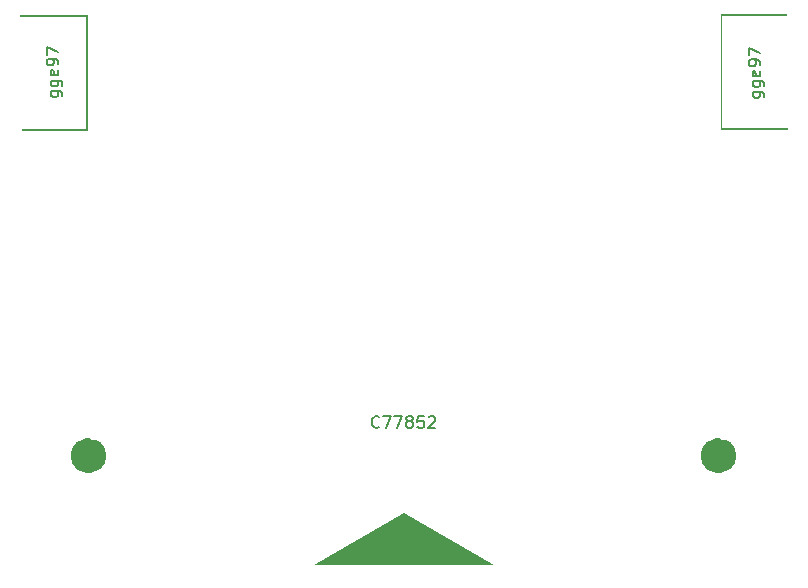
<source format=gbr>
%TF.GenerationSoftware,KiCad,Pcbnew,(6.0.9)*%
%TF.CreationDate,2024-01-30T00:57:56+05:30*%
%TF.ProjectId,Modular-I2C-4PxRJ45-Relay-Driver,4d6f6475-6c61-4722-9d49-32432d345078,2*%
%TF.SameCoordinates,Original*%
%TF.FileFunction,Other,Comment*%
%FSLAX46Y46*%
G04 Gerber Fmt 4.6, Leading zero omitted, Abs format (unit mm)*
G04 Created by KiCad (PCBNEW (6.0.9)) date 2024-01-30 00:57:56*
%MOMM*%
%LPD*%
G01*
G04 APERTURE LIST*
%ADD10C,0.150000*%
%ADD11C,1.500000*%
G04 APERTURE END LIST*
D10*
%TO.C,J4*%
X159153614Y-62253847D02*
X159963138Y-62253847D01*
X160058376Y-62301466D01*
X160105995Y-62349085D01*
X160153614Y-62444323D01*
X160153614Y-62587180D01*
X160105995Y-62682419D01*
X159772661Y-62253847D02*
X159820280Y-62349085D01*
X159820280Y-62539561D01*
X159772661Y-62634800D01*
X159725042Y-62682419D01*
X159629804Y-62730038D01*
X159344090Y-62730038D01*
X159248852Y-62682419D01*
X159201233Y-62634800D01*
X159153614Y-62539561D01*
X159153614Y-62349085D01*
X159201233Y-62253847D01*
X159153614Y-61349085D02*
X159963138Y-61349085D01*
X160058376Y-61396704D01*
X160105995Y-61444323D01*
X160153614Y-61539561D01*
X160153614Y-61682419D01*
X160105995Y-61777657D01*
X159772661Y-61349085D02*
X159820280Y-61444323D01*
X159820280Y-61634800D01*
X159772661Y-61730038D01*
X159725042Y-61777657D01*
X159629804Y-61825276D01*
X159344090Y-61825276D01*
X159248852Y-61777657D01*
X159201233Y-61730038D01*
X159153614Y-61634800D01*
X159153614Y-61444323D01*
X159201233Y-61349085D01*
X159772661Y-60491942D02*
X159820280Y-60587180D01*
X159820280Y-60777657D01*
X159772661Y-60872895D01*
X159677423Y-60920514D01*
X159296471Y-60920514D01*
X159201233Y-60872895D01*
X159153614Y-60777657D01*
X159153614Y-60587180D01*
X159201233Y-60491942D01*
X159296471Y-60444323D01*
X159391709Y-60444323D01*
X159486947Y-60920514D01*
X159820280Y-59968133D02*
X159820280Y-59777657D01*
X159772661Y-59682419D01*
X159725042Y-59634800D01*
X159582185Y-59539561D01*
X159391709Y-59491942D01*
X159010757Y-59491942D01*
X158915519Y-59539561D01*
X158867900Y-59587180D01*
X158820280Y-59682419D01*
X158820280Y-59872895D01*
X158867900Y-59968133D01*
X158915519Y-60015752D01*
X159010757Y-60063371D01*
X159248852Y-60063371D01*
X159344090Y-60015752D01*
X159391709Y-59968133D01*
X159439328Y-59872895D01*
X159439328Y-59682419D01*
X159391709Y-59587180D01*
X159344090Y-59539561D01*
X159248852Y-59491942D01*
X158820280Y-59158609D02*
X158820280Y-58491942D01*
X159820280Y-58920514D01*
%TO.C,J3*%
X99724514Y-62187847D02*
X100534038Y-62187847D01*
X100629276Y-62235466D01*
X100676895Y-62283085D01*
X100724514Y-62378323D01*
X100724514Y-62521180D01*
X100676895Y-62616419D01*
X100343561Y-62187847D02*
X100391180Y-62283085D01*
X100391180Y-62473561D01*
X100343561Y-62568800D01*
X100295942Y-62616419D01*
X100200704Y-62664038D01*
X99914990Y-62664038D01*
X99819752Y-62616419D01*
X99772133Y-62568800D01*
X99724514Y-62473561D01*
X99724514Y-62283085D01*
X99772133Y-62187847D01*
X99724514Y-61283085D02*
X100534038Y-61283085D01*
X100629276Y-61330704D01*
X100676895Y-61378323D01*
X100724514Y-61473561D01*
X100724514Y-61616419D01*
X100676895Y-61711657D01*
X100343561Y-61283085D02*
X100391180Y-61378323D01*
X100391180Y-61568800D01*
X100343561Y-61664038D01*
X100295942Y-61711657D01*
X100200704Y-61759276D01*
X99914990Y-61759276D01*
X99819752Y-61711657D01*
X99772133Y-61664038D01*
X99724514Y-61568800D01*
X99724514Y-61378323D01*
X99772133Y-61283085D01*
X100343561Y-60425942D02*
X100391180Y-60521180D01*
X100391180Y-60711657D01*
X100343561Y-60806895D01*
X100248323Y-60854514D01*
X99867371Y-60854514D01*
X99772133Y-60806895D01*
X99724514Y-60711657D01*
X99724514Y-60521180D01*
X99772133Y-60425942D01*
X99867371Y-60378323D01*
X99962609Y-60378323D01*
X100057847Y-60854514D01*
X100391180Y-59902133D02*
X100391180Y-59711657D01*
X100343561Y-59616419D01*
X100295942Y-59568800D01*
X100153085Y-59473561D01*
X99962609Y-59425942D01*
X99581657Y-59425942D01*
X99486419Y-59473561D01*
X99438800Y-59521180D01*
X99391180Y-59616419D01*
X99391180Y-59806895D01*
X99438800Y-59902133D01*
X99486419Y-59949752D01*
X99581657Y-59997371D01*
X99819752Y-59997371D01*
X99914990Y-59949752D01*
X99962609Y-59902133D01*
X100010228Y-59806895D01*
X100010228Y-59616419D01*
X99962609Y-59521180D01*
X99914990Y-59473561D01*
X99819752Y-59425942D01*
X99391180Y-59092609D02*
X99391180Y-58425942D01*
X100391180Y-58854514D01*
%TO.C,RJ45-1*%
X127534571Y-90604642D02*
X127486952Y-90652261D01*
X127344095Y-90699880D01*
X127248857Y-90699880D01*
X127106000Y-90652261D01*
X127010761Y-90557023D01*
X126963142Y-90461785D01*
X126915523Y-90271309D01*
X126915523Y-90128452D01*
X126963142Y-89937976D01*
X127010761Y-89842738D01*
X127106000Y-89747500D01*
X127248857Y-89699880D01*
X127344095Y-89699880D01*
X127486952Y-89747500D01*
X127534571Y-89795119D01*
X127867904Y-89699880D02*
X128534571Y-89699880D01*
X128106000Y-90699880D01*
X128820285Y-89699880D02*
X129486952Y-89699880D01*
X129058380Y-90699880D01*
X130010761Y-90128452D02*
X129915523Y-90080833D01*
X129867904Y-90033214D01*
X129820285Y-89937976D01*
X129820285Y-89890357D01*
X129867904Y-89795119D01*
X129915523Y-89747500D01*
X130010761Y-89699880D01*
X130201238Y-89699880D01*
X130296476Y-89747500D01*
X130344095Y-89795119D01*
X130391714Y-89890357D01*
X130391714Y-89937976D01*
X130344095Y-90033214D01*
X130296476Y-90080833D01*
X130201238Y-90128452D01*
X130010761Y-90128452D01*
X129915523Y-90176071D01*
X129867904Y-90223690D01*
X129820285Y-90318928D01*
X129820285Y-90509404D01*
X129867904Y-90604642D01*
X129915523Y-90652261D01*
X130010761Y-90699880D01*
X130201238Y-90699880D01*
X130296476Y-90652261D01*
X130344095Y-90604642D01*
X130391714Y-90509404D01*
X130391714Y-90318928D01*
X130344095Y-90223690D01*
X130296476Y-90176071D01*
X130201238Y-90128452D01*
X131296476Y-89699880D02*
X130820285Y-89699880D01*
X130772666Y-90176071D01*
X130820285Y-90128452D01*
X130915523Y-90080833D01*
X131153619Y-90080833D01*
X131248857Y-90128452D01*
X131296476Y-90176071D01*
X131344095Y-90271309D01*
X131344095Y-90509404D01*
X131296476Y-90604642D01*
X131248857Y-90652261D01*
X131153619Y-90699880D01*
X130915523Y-90699880D01*
X130820285Y-90652261D01*
X130772666Y-90604642D01*
X131725047Y-89795119D02*
X131772666Y-89747500D01*
X131867904Y-89699880D01*
X132106000Y-89699880D01*
X132201238Y-89747500D01*
X132248857Y-89795119D01*
X132296476Y-89890357D01*
X132296476Y-89985595D01*
X132248857Y-90128452D01*
X131677428Y-90699880D01*
X132296476Y-90699880D01*
%TO.C,J4*%
G36*
X162034900Y-55808800D02*
G01*
X156573900Y-55808800D01*
X156573900Y-65333800D01*
X162161900Y-65333800D01*
X162161900Y-65460800D01*
X156446900Y-65460800D01*
X156446900Y-55681800D01*
X162034900Y-55681800D01*
X162034900Y-55808800D01*
G37*
%TO.C,J3*%
G36*
X102859800Y-65521800D02*
G01*
X97271800Y-65521800D01*
X97271800Y-65394800D01*
X102732800Y-65394800D01*
X102732800Y-55869800D01*
X97144800Y-55869800D01*
X97144800Y-55742800D01*
X102859800Y-55742800D01*
X102859800Y-65521800D01*
G37*
D11*
%TO.C,RJ45-1*%
X157026000Y-93042500D02*
G75*
G03*
X157026000Y-93042500I-750000J0D01*
G01*
X103686000Y-93042500D02*
G75*
G03*
X103686000Y-93042500I-750000J0D01*
G01*
G36*
X137226000Y-102312500D02*
G01*
X121986000Y-102312500D01*
X129606000Y-97867500D01*
X137226000Y-102312500D01*
G37*
%TD*%
M02*

</source>
